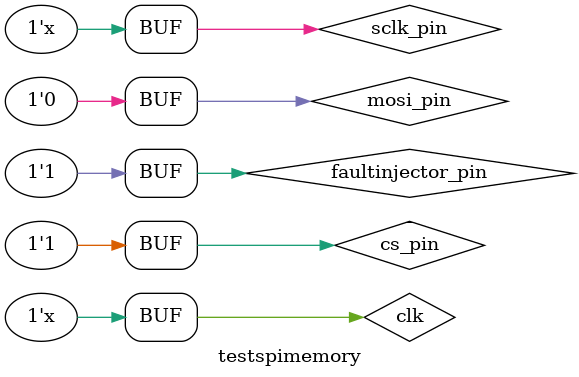
<source format=v>
`include "DataMemory.v"
`include "ShiftRegister.v"
`include "inputconditioner.v"
`include "FSM.v"

module spiMemory(clk, sclk_pin, cs_pin, miso_pin, mosi_pin, faultinjector_pin, leds, state);
input		clk;
input		sclk_pin;
input		cs_pin;
output reg	miso_pin;
input		mosi_pin;
input		faultinjector_pin;
output[7:0]     leds;
output[3:0]	state;

// wires for all the input conditioners
wire cs_con, cs_pos, cs_neg;
wire mosi_con, mosi_pos, mosi_neg;
wire sclk_con, sclk_pos, sclk_neg;

wire[7:0] dm_out;
reg[6:0] dm_addr;
wire dm_we;
wire[7:0] dm_in;

wire[7:0] parallel_out;
wire serial_out;
wire parallel_load;
wire serial_in;
wire[7:0] parallel_in;

wire sr_we, addrlatch_en, miso_en;
wire[3:0] currentstate;

assign dm_in=parallel_out;
assign parallel_load=sr_we;
assign parallel_in=dm_out;
assign serial_in=mosi_con;
assign leds[7]=miso_pin;
assign leds[3]=miso_en;
assign leds[2]=addrlatch_en;
assign leds[1]=dm_we;
assign leds[0]=sr_we;
assign state=currentstate;

initial dm_addr=0;
//initial parallel_out=0;

// input conditioners
inputconditioner cs_conditioner(clk, cs_pin, cs_con, cs_pos, cs_neg);
inputconditioner mosi_conditioner(clk, mosi_pin, mosi_con, mosi_pos, mosi_neg);
inputconditioner sclk_conditioner(clk, sclk_pin, sclk_con, sclk_pos, sclk_neg);

// data memory
DataMemory dm(clk, dm_out, dm_addr, dm_we, dm_in);

// shift register
shiftregister sr(clk, sclk_pos, parallel_load, parallel_in, serial_in, parallel_out, serial_out);

// fsm
finiteStateMachine fsm(clk, cs_con, sclk_pos, parallel_out[7], sr_we, dm_we, addrlatch_en, miso_en, currentstate);

// fault injector

// flipflop and miso buffer and fault injection
always @(posedge clk) begin
	if (addrlatch_en==1) begin
		if (faultinjector_pin != 1) dm_addr=parallel_out[6:0];
		else dm_addr={parallel_out[6:3],1'b1,parallel_out[1:0]};
	end
	if (sclk_neg == 1 && miso_en==1) begin
		miso_pin = serial_out;
	end
//        if (dm_we==1) begin
//	$display("dm_we: %b | dm_addr: %b | dm_in: %b", addrlatch_en, dm_addr, parallel_out);
//	end
//        if (addrlatch_en==1) begin
//	$display("addrlatch_en: %b | dm_addr: %b | parallel_out: %b", addrlatch_en, dm_addr, parallel_out);
//	end
//        if (sr_we==1) begin
//	$display("sr_we: %b | dm_out: %b | dm_addr: %b| parallel_out: %b", sr_we, dm_out, dm_addr, parallel_out);
//	end
//	if (dm_we==1) begin
//		$display("miso_pin: %b | serial_out: %b", miso_pin, serial_out);
//		$display("sr_we: %b | dm_out: %b | parallel_out: %b", sr_we, dm_out, mosi_con, parallel_out);
//		$display("sr_we: %b | dm_out: %b | mosi_con: %b | dm_addr: %b", sr_we, dm_out, mosi_con, dm_addr);
//		$display("sr_we: %b | dm_out: %b | mosi_con: %b | dm_out: %b", sr_we, dm_out, mosi_con, dm_out);
//		$display("dm_we: %b", dm_we);
//	end
end

endmodule

module testspimemory;
reg clk;
reg sclk_pin;
reg cs_pin;
wire miso_pin;
reg mosi_pin;
reg faultinjector_pin;
wire[7:0] leds;
wire[3:0] state;

// for testing fsm
//reg cs, sclk_edge, read_write;
//wire sr_we, dm_we, addrlatch_en, miso_en;
//wire [3:0] current;
//reg[4:0] sclk_temp;
//
//finiteStateMachine dut(clk, cs, sclk_edge, read_write, sr_we, dm_we, addrlatch_en, miso_en, current);
//

spiMemory dut(clk, sclk_pin, cs_pin, miso_pin, mosi_pin, faultinjector_pin, leds, state);

initial begin clk=0; sclk_pin=0; cs_pin=1; mosi_pin=0; faultinjector_pin=1; end
// normal clock
always #10 clk=!clk;
always #300 sclk_pin=!sclk_pin;
// serial clock
//always #10 begin
//	sclk_temp=sclk_temp+1;
//	sclk_temp=sclk_temp % 10;
//	if (sclk_temp==1) sclk_edge=1;
//	else sclk_edge=0;
//end

//initial begin
//cs=1;
//read_write=1;
//#100
//cs=0; #2000
//cs=1;
//end

initial begin
#200
cs_pin=0;
#100

//mosi_pin=1; #600
//mosi_pin=0; #600
//mosi_pin=1; #600
//mosi_pin=0; #600
//mosi_pin=1; #600
//mosi_pin=1; #600
//mosi_pin=1; #600
//mosi_pin=0; #600

mosi_pin=0; #600
mosi_pin=0; #600
mosi_pin=0; #600
mosi_pin=0; #600
mosi_pin=0; #600
mosi_pin=0; #600
mosi_pin=0; #600
mosi_pin=0; #600

mosi_pin=1; #600
mosi_pin=1; #600
mosi_pin=0; #600
mosi_pin=0; #600
mosi_pin=1; #600
mosi_pin=1; #600
mosi_pin=0; #600
mosi_pin=0; #600

cs_pin=1;
#900
cs_pin=0;

//mosi_pin=1; #600
//mosi_pin=0; #600
//mosi_pin=1; #600
//mosi_pin=0; #600
//mosi_pin=1; #600
//mosi_pin=1; #600
//mosi_pin=1; #600
//mosi_pin=1; #600

mosi_pin=0; #600
mosi_pin=0; #600
mosi_pin=0; #600
mosi_pin=0; #600
mosi_pin=0; #600
mosi_pin=0; #600
mosi_pin=0; #600
mosi_pin=1; #600

mosi_pin=0; #600
mosi_pin=0; #600
mosi_pin=0; #600
mosi_pin=0; #600
mosi_pin=0; #600
mosi_pin=0; #600
mosi_pin=0; #600
mosi_pin=0; #600

cs_pin=1;
end

endmodule

</source>
